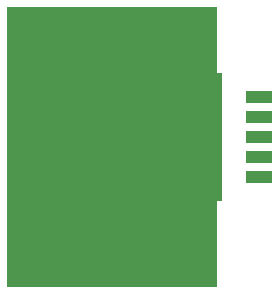
<source format=gtp>
G04 MADE WITH FRITZING*
G04 WWW.FRITZING.ORG*
G04 DOUBLE SIDED*
G04 HOLES PLATED*
G04 CONTOUR ON CENTER OF CONTOUR VECTOR*
%ASAXBY*%
%FSLAX23Y23*%
%MOIN*%
%OFA0B0*%
%SFA1.0B1.0*%
%ADD10R,0.702222X0.933333*%
%ADD11R,0.410000X0.425000*%
%ADD12R,0.085000X0.042000*%
%ADD13R,0.001000X0.001000*%
%LNPASTEMASK1*%
G90*
G70*
G54D10*
X1302Y517D03*
G54D11*
X1464Y551D03*
G54D12*
X1792Y417D03*
X1792Y484D03*
X1792Y551D03*
X1792Y618D03*
X1792Y685D03*
G54D13*
D02*
G04 End of PasteMask1*
M02*
</source>
